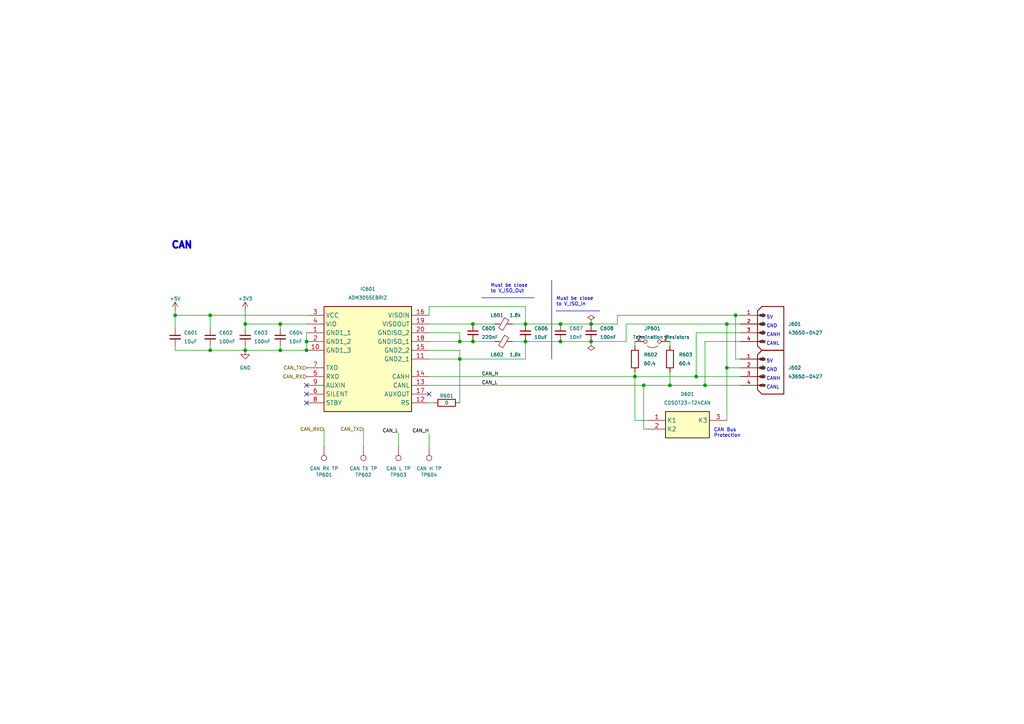
<source format=kicad_sch>
(kicad_sch (version 20230121) (generator eeschema)
  (paper "A4")
  (title_block (title "Sunscatter MPPT") (date "2023-07-21") (rev "v0.2.0") (company "LHR Solar") (comment 1 "Matthew Yu") (comment 2 "Jacob Pustilnik") (comment 3 "Gary Hallock"))
  (lib_symbols
    (symbol "Connector:TestPoint" (pin_numbers hide) (pin_names (offset 0.762) hide)
      (property "Reference" "TP" (at 0 6.858 0))
      (property "Value" "TestPoint" (at 0 5.08 0))
      (symbol "TestPoint_0_1"
        (circle (center 0 3.302) (radius 0.762))
      )
      (symbol "TestPoint_1_1"
        (pin passive line (at 0 0 90) (length 2.54) (name "1") (number "1"))
      )
    )
    (symbol "Device:C_Small" (pin_numbers hide) (pin_names (offset 0.254) hide)
      (property "Reference" "C" (at 0.254 1.778 0))
      (property "Value" "C_Small" (at 0.254 -2.032 0))
      (symbol "C_Small_0_1"
        (polyline (pts (xy -1.524 -0.508) (xy 1.524 -0.508)) (stroke (width 0.3302)))
        (polyline (pts (xy -1.524 0.508) (xy 1.524 0.508)) (stroke (width 0.3048)))
      )
      (symbol "C_Small_1_1"
        (pin passive line (at 0 2.54 270) (length 2.032) (name "~") (number "1"))
        (pin passive line (at 0 -2.54 90) (length 2.032) (name "~") (number "2"))
      )
    )
    (symbol "Device:FerriteBead_Small" (pin_numbers hide) (pin_names (offset 0))
      (property "Reference" "FB" (at 1.905 1.27 0))
      (property "Value" "FerriteBead_Small" (at 1.905 -1.27 0))
      (symbol "FerriteBead_Small_0_1"
        (polyline (pts (xy 0 -1.27) (xy 0 -0.7874)))
        (polyline (pts (xy 0 0.889) (xy 0 1.2954)))
        (polyline (pts (xy -1.8288 0.2794) (xy -1.1176 1.4986) (xy 1.8288 -0.2032) (xy 1.1176 -1.4224) (xy -1.8288 0.2794)))
      )
      (symbol "FerriteBead_Small_1_1"
        (pin passive line (at 0 2.54 270) (length 1.27) (name "~") (number "1"))
        (pin passive line (at 0 -2.54 90) (length 1.27) (name "~") (number "2"))
      )
    )
    (symbol "Device:R" (pin_numbers hide) (pin_names (offset 0))
      (property "Reference" "R" (at 2.032 0 90))
      (property "Value" "R" (at 0 0 90))
      (symbol "R_0_1"
        (rectangle (start -1.016 -2.54) (end 1.016 2.54) (stroke (width 0.254)))
      )
      (symbol "R_1_1"
        (pin passive line (at 0 3.81 270) (length 1.27) (name "~") (number "1"))
        (pin passive line (at 0 -3.81 90) (length 1.27) (name "~") (number "2"))
      )
    )
    (symbol "Jumper:Jumper_2_Open" (pin_names (offset 0) hide)
      (property "Reference" "JP" (at 0 2.794 0))
      (property "Value" "Jumper_2_Open" (at 0 -2.286 0))
      (symbol "Jumper_2_Open_0_0"
        (circle (center -2.032 0) (radius 0.508))
        (circle (center 2.032 0) (radius 0.508))
      )
      (symbol "Jumper_2_Open_0_1"
        (arc (start 1.524 1.27) (mid 0 1.778) (end -1.524 1.27))
      )
      (symbol "Jumper_2_Open_1_1"
        (pin passive line (at -5.08 0 0) (length 2.54) (name "A") (number "1"))
        (pin passive line (at 5.08 0 180) (length 2.54) (name "B") (number "2"))
      )
    )
    (symbol "analog_ADM3055EBRIZ:ADM3055EBRIZ"
      (property "Reference" "IC" (at 31.75 7.62 0))
      (property "Value" "ADM3055EBRIZ" (at 31.75 5.08 0))
      (symbol "ADM3055EBRIZ_1_1"
        (rectangle (start 5.08 2.54) (end 30.48 -27.94) (stroke (width 0.254)) (fill (type background)))
        (pin passive line (at 0 -5.08 0) (length 5.08) (name "GND1_1") (number "1"))
        (pin passive line (at 0 -10.16 0) (length 5.08) (name "GND1_3") (number "10"))
        (pin passive line (at 35.56 -12.7 180) (length 5.08) (name "GND2_1") (number "11"))
        (pin passive line (at 35.56 -25.4 180) (length 5.08) (name "RS") (number "12"))
        (pin passive line (at 35.56 -20.32 180) (length 5.08) (name "CANL") (number "13"))
        (pin passive line (at 35.56 -17.78 180) (length 5.08) (name "CANH") (number "14"))
        (pin passive line (at 35.56 -10.16 180) (length 5.08) (name "GND2_2") (number "15"))
        (pin passive line (at 35.56 0 180) (length 5.08) (name "VISOIN") (number "16"))
        (pin passive line (at 35.56 -22.86 180) (length 5.08) (name "AUXOUT") (number "17"))
        (pin passive line (at 35.56 -7.62 180) (length 5.08) (name "GNDISO_1") (number "18"))
        (pin passive line (at 35.56 -2.54 180) (length 5.08) (name "VISOOUT") (number "19"))
        (pin passive line (at 0 -7.62 0) (length 5.08) (name "GND1_2") (number "2"))
        (pin passive line (at 35.56 -5.08 180) (length 5.08) (name "GNDISO_2") (number "20"))
        (pin passive line (at 0 0 0) (length 5.08) (name "VCC") (number "3"))
        (pin passive line (at 0 -2.54 0) (length 5.08) (name "VIO") (number "4"))
        (pin passive line (at 0 -17.78 0) (length 5.08) (name "RXD") (number "5"))
        (pin passive line (at 0 -22.86 0) (length 5.08) (name "SILENT") (number "6"))
        (pin passive line (at 0 -15.24 0) (length 5.08) (name "TXD") (number "7"))
        (pin passive line (at 0 -25.4 0) (length 5.08) (name "STBY") (number "8"))
        (pin passive line (at 0 -20.32 0) (length 5.08) (name "AUXIN") (number "9"))
      )
    )
    (symbol "bourns_CDSOT23_T24CAN:CDSOT23-T24CAN"
      (property "Reference" "D" (at 19.05 7.62 0))
      (property "Value" "CDSOT23-T24CAN" (at 19.05 5.08 0))
      (symbol "CDSOT23-T24CAN_1_1"
        (rectangle (start 5.08 2.54) (end 17.78 -5.08) (stroke (width 0.254)) (fill (type background)))
        (pin passive line (at 0 0 0) (length 5.08) (name "K1") (number "1"))
        (pin passive line (at 0 -2.54 0) (length 5.08) (name "K2") (number "2"))
        (pin passive line (at 22.86 0 180) (length 5.08) (name "K3") (number "3"))
      )
    )
    (symbol "molex_microfit_43650_0427:43650-0427" (pin_names (offset 1.016))
      (property "Reference" "J" (at 0 6.35 0))
      (property "Value" "43650-0427" (at 0 -10.16 0))
      (symbol "43650-0427_0_0"
        (polyline (pts (xy 0 -6.35) (xy 1.27 -7.62)) (stroke (width 0.254)))
        (polyline (pts (xy 0 -5.08) (xy 1.905 -5.08)) (stroke (width 0.254)))
        (polyline (pts (xy 0 -2.54) (xy 1.905 -2.54)) (stroke (width 0.254)))
        (polyline (pts (xy 0 0) (xy 1.905 0)) (stroke (width 0.254)))
        (polyline (pts (xy 0 2.54) (xy 0 -6.35)) (stroke (width 0.254)))
        (polyline (pts (xy 0 2.54) (xy 1.905 2.54)) (stroke (width 0.254)))
        (polyline (pts (xy 0 3.81) (xy 0 2.54)) (stroke (width 0.254)))
        (polyline (pts (xy 0 3.81) (xy 1.27 5.08)) (stroke (width 0.254)))
        (polyline (pts (xy 1.27 -7.62) (xy 7.62 -7.62)) (stroke (width 0.254)))
        (polyline (pts (xy 7.62 -7.62) (xy 7.62 5.08)) (stroke (width 0.254)))
        (polyline (pts (xy 7.62 5.08) (xy 1.27 5.08)) (stroke (width 0.254)))
        (rectangle (start 0.635 -5.3975) (end 2.2225 -4.7625) (stroke (width 0.1)) (fill (type outline)))
        (rectangle (start 0.635 -2.8575) (end 2.2225 -2.2225) (stroke (width 0.1)) (fill (type outline)))
        (rectangle (start 0.635 -0.3175) (end 2.2225 0.3175) (stroke (width 0.1)) (fill (type outline)))
        (rectangle (start 0.635 2.2225) (end 2.2225 2.8575) (stroke (width 0.1)) (fill (type outline)))
        (pin passive line (at -5.08 2.54 0) (length 5.08) (name "1") (number "1"))
        (pin passive line (at -5.08 0 0) (length 5.08) (name "2") (number "2"))
        (pin passive line (at -5.08 -2.54 0) (length 5.08) (name "3") (number "3"))
        (pin passive line (at -5.08 -5.08 0) (length 5.08) (name "4") (number "4"))
      )
    )
    (symbol "power:+3V3" (power) (pin_names (offset 0))
      (property "Value" "+3V3" (at 0 3.556 0))
      (symbol "+3V3_0_1"
        (polyline (pts (xy -0.762 1.27) (xy 0 2.54)))
        (polyline (pts (xy 0 0) (xy 0 2.54)))
        (polyline (pts (xy 0 2.54) (xy 0.762 1.27)))
      )
      (symbol "+3V3_1_1"
        (pin power_in line (at 0 0 90) (length 0) hide (name "+3V3") (number "1"))
      )
    )
    (symbol "power:+5V" (power) (pin_names (offset 0))
      (property "Value" "+5V" (at 0 3.556 0))
      (symbol "+5V_0_1"
        (polyline (pts (xy -0.762 1.27) (xy 0 2.54)))
        (polyline (pts (xy 0 0) (xy 0 2.54)))
        (polyline (pts (xy 0 2.54) (xy 0.762 1.27)))
      )
      (symbol "+5V_1_1"
        (pin power_in line (at 0 0 90) (length 0) hide (name "+5V") (number "1"))
      )
    )
    (symbol "power:GND" (power) (pin_names (offset 0))
      (property "Value" "GND" (at 0 -3.81 0))
      (symbol "GND_0_1"
        (polyline (pts (xy 0 0) (xy 0 -1.27) (xy 1.27 -1.27) (xy 0 -2.54) (xy -1.27 -1.27) (xy 0 -1.27)))
      )
      (symbol "GND_1_1"
        (pin power_in line (at 0 0 270) (length 0) hide (name "GND") (number "1"))
      )
    )
    (symbol "power:PWR_FLAG" (power) (pin_numbers hide) (pin_names (offset 0) hide)
      (property "Value" "PWR_FLAG" (at 0 3.81 0))
      (symbol "PWR_FLAG_0_0"
        (pin power_out line (at 0 0 90) (length 0) (name "pwr") (number "1"))
      )
      (symbol "PWR_FLAG_0_1"
        (polyline (pts (xy 0 0) (xy 0 1.27) (xy -1.016 1.905) (xy 0 2.54) (xy 1.016 1.905) (xy 0 1.27)))
      )
    )
  )
  (junction (at 133.35 104.14))
  (junction (at 186.69 111.76))
  (junction (at 81.28 101.6))
  (junction (at 210.82 93.98))
  (junction (at 71.12 101.6))
  (junction (at 204.47 111.76))
  (junction (at 137.16 99.06))
  (junction (at 162.56 99.06))
  (junction (at 60.96 101.6))
  (junction (at 60.96 91.44))
  (junction (at 133.35 99.06))
  (junction (at 71.12 93.98))
  (junction (at 162.56 93.98))
  (junction (at 88.9 99.06))
  (junction (at 152.4 93.98))
  (junction (at 81.28 93.98))
  (junction (at 50.8 91.44))
  (junction (at 88.9 101.6))
  (junction (at 137.16 93.98))
  (junction (at 184.15 109.22))
  (junction (at 171.45 93.98))
  (junction (at 194.31 111.76))
  (junction (at 201.93 109.22))
  (junction (at 152.4 99.06))
  (junction (at 171.45 99.06))
  (junction (at 210.82 106.68))
  (junction (at 213.36 91.44))
  (no_connect (at 88.9 114.3))
  (no_connect (at 124.46 114.3))
  (no_connect (at 88.9 116.84))
  (no_connect (at 88.9 111.76))
  (wire (pts (xy 148.59 99.06) (xy 152.4 99.06)))
  (wire (pts (xy 137.16 99.06) (xy 143.51 99.06)))
  (wire (pts (xy 88.9 96.52) (xy 88.9 99.06)))
  (wire (pts (xy 133.35 99.06) (xy 137.16 99.06)))
  (wire (pts (xy 124.46 116.84) (xy 125.73 116.84)))
  (wire (pts (xy 137.16 93.98) (xy 143.51 93.98)))
  (wire (pts (xy 81.28 101.6) (xy 81.28 100.33)))
  (wire (pts (xy 210.82 106.68) (xy 214.63 106.68)))
  (wire (pts (xy 71.12 101.6) (xy 81.28 101.6)))
  (wire (pts (xy 71.12 93.98) (xy 81.28 93.98)))
  (wire (pts (xy 124.46 88.9) (xy 152.4 88.9)))
  (wire (pts (xy 186.69 124.46) (xy 187.96 124.46)))
  (wire (pts (xy 194.31 111.76) (xy 204.47 111.76)))
  (wire (pts (xy 133.35 96.52) (xy 133.35 99.06)))
  (wire (pts (xy 133.35 104.14) (xy 133.35 101.6)))
  (wire (pts (xy 71.12 90.17) (xy 71.12 93.98)))
  (wire (pts (xy 71.12 100.33) (xy 71.12 101.6)))
  (wire (pts (xy 60.96 100.33) (xy 60.96 101.6)))
  (wire (pts (xy 184.15 109.22) (xy 184.15 107.95)))
  (wire (pts (xy 60.96 101.6) (xy 71.12 101.6)))
  (wire (pts (xy 133.35 116.84) (xy 133.35 104.14)))
  (wire (pts (xy 194.31 99.06) (xy 194.31 100.33)))
  (wire (pts (xy 124.46 125.73) (xy 124.46 129.54)))
  (wire (pts (xy 105.41 124.46) (xy 105.41 129.54)))
  (wire (pts (xy 179.07 93.98) (xy 179.07 91.44)))
  (wire (pts (xy 204.47 111.76) (xy 214.63 111.76)))
  (wire (pts (xy 210.82 106.68) (xy 210.82 121.92)))
  (polyline (pts (xy 160.02 81.28) (xy 160.02 104.14)))
  (wire (pts (xy 124.46 93.98) (xy 137.16 93.98)))
  (wire (pts (xy 152.4 99.06) (xy 152.4 104.14)))
  (wire (pts (xy 213.36 91.44) (xy 213.36 104.14)))
  (wire (pts (xy 50.8 100.33) (xy 50.8 101.6)))
  (wire (pts (xy 210.82 93.98) (xy 214.63 93.98)))
  (wire (pts (xy 88.9 91.44) (xy 60.96 91.44)))
  (wire (pts (xy 181.61 93.98) (xy 210.82 93.98)))
  (wire (pts (xy 162.56 93.98) (xy 171.45 93.98)))
  (wire (pts (xy 81.28 93.98) (xy 88.9 93.98)))
  (wire (pts (xy 124.46 109.22) (xy 184.15 109.22)))
  (wire (pts (xy 115.57 125.73) (xy 115.57 129.54)))
  (wire (pts (xy 184.15 99.06) (xy 184.15 100.33)))
  (wire (pts (xy 124.46 88.9) (xy 124.46 91.44)))
  (wire (pts (xy 124.46 101.6) (xy 133.35 101.6)))
  (wire (pts (xy 148.59 93.98) (xy 152.4 93.98)))
  (wire (pts (xy 50.8 101.6) (xy 60.96 101.6)))
  (wire (pts (xy 152.4 88.9) (xy 152.4 93.98)))
  (wire (pts (xy 81.28 101.6) (xy 88.9 101.6)))
  (wire (pts (xy 93.98 124.46) (xy 93.98 129.54)))
  (wire (pts (xy 152.4 93.98) (xy 162.56 93.98)))
  (wire (pts (xy 186.69 111.76) (xy 186.69 124.46)))
  (wire (pts (xy 186.69 111.76) (xy 194.31 111.76)))
  (wire (pts (xy 213.36 104.14) (xy 214.63 104.14)))
  (wire (pts (xy 133.35 104.14) (xy 152.4 104.14)))
  (wire (pts (xy 50.8 91.44) (xy 50.8 95.25)))
  (wire (pts (xy 210.82 93.98) (xy 210.82 106.68)))
  (wire (pts (xy 171.45 93.98) (xy 179.07 93.98)))
  (wire (pts (xy 152.4 99.06) (xy 162.56 99.06)))
  (wire (pts (xy 204.47 111.76) (xy 204.47 99.06)))
  (wire (pts (xy 124.46 104.14) (xy 133.35 104.14)))
  (wire (pts (xy 201.93 96.52) (xy 214.63 96.52)))
  (wire (pts (xy 60.96 91.44) (xy 50.8 91.44)))
  (wire (pts (xy 194.31 111.76) (xy 194.31 107.95)))
  (wire (pts (xy 124.46 96.52) (xy 133.35 96.52)))
  (wire (pts (xy 124.46 111.76) (xy 186.69 111.76)))
  (wire (pts (xy 50.8 90.17) (xy 50.8 91.44)))
  (wire (pts (xy 201.93 109.22) (xy 214.63 109.22)))
  (wire (pts (xy 88.9 99.06) (xy 88.9 101.6)))
  (polyline (pts (xy 161.29 90.17) (xy 173.99 90.17)))
  (wire (pts (xy 81.28 93.98) (xy 81.28 95.25)))
  (wire (pts (xy 171.45 99.06) (xy 181.61 99.06)))
  (wire (pts (xy 181.61 99.06) (xy 181.61 93.98)))
  (wire (pts (xy 204.47 99.06) (xy 214.63 99.06)))
  (wire (pts (xy 162.56 99.06) (xy 171.45 99.06)))
  (wire (pts (xy 124.46 99.06) (xy 133.35 99.06)))
  (wire (pts (xy 184.15 109.22) (xy 184.15 121.92)))
  (wire (pts (xy 213.36 91.44) (xy 214.63 91.44)))
  (wire (pts (xy 201.93 109.22) (xy 201.93 96.52)))
  (wire (pts (xy 184.15 109.22) (xy 201.93 109.22)))
  (polyline (pts (xy 139.7 86.36) (xy 154.94 86.36)))
  (wire (pts (xy 179.07 91.44) (xy 213.36 91.44)))
  (wire (pts (xy 184.15 121.92) (xy 187.96 121.92)))
  (wire (pts (xy 60.96 91.44) (xy 60.96 95.25)))
  (wire (pts (xy 71.12 93.98) (xy 71.12 95.25)))
  (text "CANL" (at 222.25 100.33 0) (effects (font (size 1 1)) (justify left bottom)))
  (text "CANH" (at 222.25 97.79 0) (effects (font (size 1 1)) (justify left bottom)))
  (text "GND\n" (at 222.25 107.95 0) (effects (font (size 1 1)) (justify left bottom)))
  (text "5V" (at 222.25 92.71 0) (effects (font (size 1 1)) (justify left bottom)))
  (text "5V" (at 222.25 105.41 0) (effects (font (size 1 1)) (justify left bottom)))
  (text "GND\n" (at 222.25 95.25 0) (effects (font (size 1 1)) (justify left bottom)))
  (text "CAN Bus\nProtection" (at 207.01 127 0) (effects (font (size 1 1)) (justify left bottom)))
  (text "CANH" (at 222.25 110.49 0) (effects (font (size 1 1)) (justify left bottom)))
  (text "CAN" (at 49.53 72.39 0) (effects (font (size 2 2) (thickness 0.6096)) (justify left bottom)))
  (text "Must be close\nto V_ISO_In" (at 161.29 88.9 0) (effects (font (size 1 1)) (justify left bottom)))
  (text "Must be close\nto V_ISO_Out" (at 142.24 85.09 0) (effects (font (size 1 1)) (justify left bottom)))
  (text "CANL" (at 222.25 113.03 0) (effects (font (size 1 1)) (justify left bottom)))
  (label "CAN_L" (at 115.57 125.73 180) (effects (font (size 1 1))))
  (label "CAN_L" (at 139.7 111.76 0) (effects (font (size 1 1))))
  (label "CAN_H" (at 139.7 109.22 0) (effects (font (size 1 1))))
  (label "CAN_H" (at 124.46 125.73 180) (effects (font (size 1 1))))
  (hierarchical_label "CAN_TX" (shape input) (at 105.41 124.46 180) (effects (font (size 1 1))))
  (hierarchical_label "CAN_RX" (shape input) (at 93.98 124.46 180) (effects (font (size 1 1))))
  (hierarchical_label "CAN_TX" (shape input) (at 88.9 106.68 180) (effects (font (size 1 1))))
  (hierarchical_label "CAN_RX" (shape input) (at 88.9 109.22 180) (effects (font (size 1 1))))
  (symbol (lib_id "Device:R") (at 129.54 116.84 90) (unit 1)
    (property "Reference" "R601" (at 129.54 114.808 90) (effects (font (size 1 1))))
    (property "Value" "0" (at 129.54 116.84 90) (effects (font (size 1 1))))
    (property "Footprint" "Resistor_SMD:R_0402_1005Metric" (effects hide))
    (property "Datasheet" "https://datasheet.lcsc.com/lcsc/2206010216_UNI-ROYAL-Uniroyal-Elec-0402WGF0000TCE_C17168.pdf" (effects hide))
    (property "Distributor" "JLCPCB" (effects hide))
    (property "Manufacturer" "UNI-ROYAL(Uniroyal Elec)" (effects hide))
    (property "P/N" "0402WGF0000TCE" (effects hide))
    (property "LCSC Part #" "C17168" (effects hide))
    (property "Cost" "0.0005" (effects hide))
    (instances (project "mppt" (path "" (reference "R601") (unit 1))) (project "blackbody_a" (path "" (reference "R9") (unit 1)) (path "" (reference "R401") (unit 1))))
  )
  (symbol (lib_id "Device:C_Small") (at 60.96 97.79 0) (unit 1)
    (property "Reference" "C602" (at 63.5 96.52 0) (effects (font (size 1 1)) (justify left)))
    (property "Value" "100nF" (at 63.5 99.06 0) (effects (font (size 1 1)) (justify left)))
    (property "Footprint" "Capacitor_SMD:C_0402_1005Metric" (effects hide))
    (property "Datasheet" "https://datasheet.lcsc.com/lcsc/2304140030_Samsung-Electro-Mechanics-CL05B104KO5NNNC_C1525.pdf" (effects hide))
    (property "Distributor" "JLCPCB" (effects hide))
    (property "Manufacturer" "Samsung Electro-Mechanics" (effects hide))
    (property "P/N" "CL05B104KO5NNNC" (effects hide))
    (property "LCSC Part #" "C1525" (effects hide))
    (property "Cost" "0.0008" (effects hide))
    (property "Notes" "Rated for 16V." (effects hide))
    (instances (project "mppt" (path "" (reference "C602") (unit 1))) (project "blackbody_a" (path "" (reference "C6") (unit 1)) (path "" (reference "C402") (unit 1))))
  )
  (symbol (lib_id "Connector:TestPoint") (at 105.41 129.54 180) (unit 1)
    (property "Reference" "TP602" (at 105.41 137.16 0) (effects (font (size 1 1)) (justify bottom)))
    (property "Value" "CAN TX TP" (at 105.41 135.89 0) (effects (font (size 1 1))))
    (property "Footprint" "TestPoint:TestPoint_Pad_1.0x1.0mm" (effects hide))
    (instances (project "mppt" (path "" (reference "TP602") (unit 1))) (project "blackbody_a" (path "" (reference "TP6") (unit 1)) (path "" (reference "TP402") (unit 1))))
  )
  (symbol (lib_id "Device:C_Small") (at 171.45 96.52 0) (unit 1)
    (property "Reference" "C608" (at 173.99 95.25 0) (effects (font (size 1 1)) (justify left)))
    (property "Value" "100nF" (at 173.99 97.79 0) (effects (font (size 1 1)) (justify left)))
    (property "Footprint" "Capacitor_SMD:C_0402_1005Metric" (effects hide))
    (property "Datasheet" "https://datasheet.lcsc.com/lcsc/2304140030_Samsung-Electro-Mechanics-CL05B104KO5NNNC_C1525.pdf" (effects hide))
    (property "Distributor" "JLCPCB" (effects hide))
    (property "Manufacturer" "Samsung Electro-Mechanics" (effects hide))
    (property "P/N" "CL05B104KO5NNNC" (effects hide))
    (property "LCSC Part #" "C1525" (effects hide))
    (property "Cost" "0.0008" (effects hide))
    (property "Notes" "Rated for 16V." (effects hide))
    (instances (project "mppt" (path "" (reference "C608") (unit 1))) (project "blackbody_a" (path "" (reference "C6") (unit 1)) (path "" (reference "C408") (unit 1))))
  )
  (symbol (lib_id "Connector:TestPoint") (at 115.57 129.54 180) (unit 1)
    (property "Reference" "TP603" (at 115.57 137.16 0) (effects (font (size 1 1)) (justify bottom)))
    (property "Value" "CAN L TP" (at 115.57 135.89 0) (effects (font (size 1 1))))
    (property "Footprint" "TestPoint:TestPoint_Pad_1.0x1.0mm" (effects hide))
    (instances (project "mppt" (path "" (reference "TP603") (unit 1))) (project "blackbody_a" (path "" (reference "TP6") (unit 1)) (path "" (reference "TP403") (unit 1))))
  )
  (symbol (lib_id "power:GND") (at 71.12 101.6 0) (unit 1)
    (property "Reference" "#PWR0603" (effects hide))
    (property "Value" "GND" (at 71.12 106.68 0) (effects (font (size 1 1))))
    (instances (project "mppt" (path "" (reference "#PWR0603") (unit 1))) (project "blackbody_a" (path "" (reference "#PWR0403") (unit 1))))
  )
  (symbol (lib_id "Device:R") (at 194.31 104.14 0) (unit 1)
    (property "Reference" "R603" (at 196.85 102.87 0) (effects (font (size 1 1)) (justify left)))
    (property "Value" "60.4" (at 196.85 105.41 0) (effects (font (size 1 1)) (justify left)))
    (property "Footprint" "Resistor_SMD:R_0402_1005Metric" (effects hide))
    (property "Datasheet" "https://datasheet.lcsc.com/lcsc/2205312345_UNI-ROYAL-Uniroyal-Elec-0402WGF604JTCE_C60310.pdf" (effects hide))
    (property "Distributor" "JLCPCB" (effects hide))
    (property "Manufacturer" "UNI-ROYAL(Uniroyal Elec)" (effects hide))
    (property "P/N" "0402WGF604JTCE" (effects hide))
    (property "LCSC Part #" "C60310" (effects hide))
    (property "Cost" "0.0005" (effects hide))
    (property "Notes" "Sub for 60 Ohm. Should be within tolerance." (effects hide))
    (instances (project "mppt" (path "" (reference "R603") (unit 1))) (project "blackbody_a" (path "" (reference "R10") (unit 1)) (path "" (reference "R403") (unit 1))))
  )
  (symbol (lib_id "Connector:TestPoint") (at 93.98 129.54 180) (unit 1)
    (property "Reference" "TP601" (at 93.98 137.16 0) (effects (font (size 1 1)) (justify bottom)))
    (property "Value" "CAN RX TP" (at 93.98 135.89 0) (effects (font (size 1 1))))
    (property "Footprint" "TestPoint:TestPoint_Pad_1.0x1.0mm" (effects hide))
    (instances (project "mppt" (path "" (reference "TP601") (unit 1))) (project "blackbody_a" (path "" (reference "TP6") (unit 1)) (path "" (reference "TP401") (unit 1))))
  )
  (symbol (lib_id "Connector:TestPoint") (at 124.46 129.54 180) (unit 1)
    (property "Reference" "TP604" (at 124.46 137.16 0) (effects (font (size 1 1)) (justify bottom)))
    (property "Value" "CAN H TP" (at 124.46 135.89 0) (effects (font (size 1 1))))
    (property "Footprint" "TestPoint:TestPoint_Pad_1.0x1.0mm" (effects hide))
    (instances (project "mppt" (path "" (reference "TP604") (unit 1))) (project "blackbody_a" (path "" (reference "TP6") (unit 1)) (path "" (reference "TP404") (unit 1))))
  )
  (symbol (lib_id "Device:C_Small") (at 162.56 96.52 0) (unit 1)
    (property "Reference" "C607" (at 165.1 95.25 0) (effects (font (size 1 1)) (justify left)))
    (property "Value" "10nF" (at 165.1 97.79 0) (effects (font (size 1 1)) (justify left)))
    (property "Footprint" "Capacitor_SMD:C_0402_1005Metric" (effects hide))
    (property "Datasheet" "https://datasheet.lcsc.com/lcsc/2304140030_Samsung-Electro-Mechanics-CL05B103KB5NNNC_C15195.pdf" (effects hide))
    (property "Distributor" "JLCPCB" (effects hide))
    (property "Manufacturer" "Samsung Electro-Mechanics" (effects hide))
    (property "P/N" "CL05B103KB5NNNC" (effects hide))
    (property "LCSC Part #" "C15195" (effects hide))
    (property "Cost" "0.0011" (effects hide))
    (property "Notes" "Rated for 50V." (effects hide))
    (instances (project "mppt" (path "" (reference "C607") (unit 1))) (project "blackbody_a" (path "" (reference "C8") (unit 1)) (path "" (reference "C407") (unit 1))))
  )
  (symbol (lib_id "power:+3V3") (at 71.12 90.17 0) (unit 1)
    (property "Reference" "#PWR0602" (effects hide))
    (property "Value" "+3V3" (at 71.12 86.614 0) (effects (font (size 1 1))))
    (instances (project "mppt" (path "" (reference "#PWR0602") (unit 1))) (project "blackbody_a" (path "" (reference "#PWR017") (unit 1)) (path "" (reference "#PWR0402") (unit 1))))
  )
  (symbol (lib_id "power:+5V") (at 50.8 90.17 0) (unit 1)
    (property "Reference" "#PWR0601" (effects hide))
    (property "Value" "+5V" (at 50.8 86.614 0) (effects (font (size 1 1))))
    (instances (project "mppt" (path "" (reference "#PWR0601") (unit 1))) (project "blackbody_a" (path "" (reference "#PWR018") (unit 1)) (path "" (reference "#PWR0401") (unit 1))))
  )
  (symbol (lib_id "Device:C_Small") (at 137.16 96.52 0) (unit 1)
    (property "Reference" "C605" (at 139.7 95.25 0) (effects (font (size 1 1)) (justify left)))
    (property "Value" "220nF" (at 139.7 97.79 0) (effects (font (size 1 1)) (justify left)))
    (property "Footprint" "Capacitor_SMD:C_0402_1005Metric" (effects hide))
    (property "Datasheet" "https://datasheet.lcsc.com/lcsc/2304140030_Samsung-Electro-Mechanics-CL05B224KO5NNNC-_C16772.pdf" (effects hide))
    (property "Distributor" "JLCPCB" (effects hide))
    (property "Manufacturer" "Samsung Electro-Mechanics" (effects hide))
    (property "P/N" "CL05B224KO5NNNC" (effects hide))
    (property "LCSC Part #" "C16772" (effects hide))
    (property "Cost" "0.0048" (effects hide))
    (property "Notes" "Rated for 16V." (effects hide))
    (instances (project "mppt" (path "" (reference "C605") (unit 1))) (project "blackbody_a" (path "" (reference "C9") (unit 1)) (path "" (reference "C405") (unit 1))))
  )
  (symbol (lib_id "bourns_CDSOT23_T24CAN:CDSOT23-T24CAN") (at 187.96 121.92 0) (unit 1)
    (property "Reference" "D601" (at 199.39 114.3 0) (effects (font (size 1 1))))
    (property "Value" "CDSOT23-T24CAN" (at 199.39 116.84 0) (effects (font (size 1 1))))
    (property "Footprint" "footprints:bourns_CDSOT23_T24CAN" (effects hide))
    (property "Datasheet" "https://www.bourns.com/docs/Product-Datasheets/CDSOT23-T24CAN.pdf" (effects hide))
    (property "Distributor" "JLCPCB" (effects hide))
    (property "Manufacturer" "Bourns" (effects hide))
    (property "P/N" "CDSOT23-T24CAN-Q" (effects hide))
    (property "LCSC Part #" "C350941" (effects hide))
    (property "Cost" "0.1982" (effects hide))
    (instances (project "mppt" (path "" (reference "D601") (unit 1))) (project "blackbody_a" (path "" (reference "D401") (unit 1))))
  )
  (symbol (lib_id "Device:C_Small") (at 71.12 97.79 0) (unit 1)
    (property "Reference" "C603" (at 73.66 96.52 0) (effects (font (size 1 1)) (justify left)))
    (property "Value" "100nF" (at 73.66 99.06 0) (effects (font (size 1 1)) (justify left)))
    (property "Footprint" "Capacitor_SMD:C_0402_1005Metric" (effects hide))
    (property "Datasheet" "https://datasheet.lcsc.com/lcsc/2304140030_Samsung-Electro-Mechanics-CL05B104KO5NNNC_C1525.pdf" (effects hide))
    (property "Distributor" "JLCPCB" (effects hide))
    (property "Manufacturer" "Samsung Electro-Mechanics" (effects hide))
    (property "P/N" "CL05B104KO5NNNC" (effects hide))
    (property "LCSC Part #" "C1525" (effects hide))
    (property "Cost" "0.0008" (effects hide))
    (property "Notes" "Rated for 16V." (effects hide))
    (instances (project "mppt" (path "" (reference "C603") (unit 1))) (project "blackbody_a" (path "" (reference "C6") (unit 1)) (path "" (reference "C403") (unit 1))))
  )
  (symbol (lib_id "Device:C_Small") (at 152.4 96.52 0) (unit 1)
    (property "Reference" "C606" (at 154.94 95.25 0) (effects (font (size 1 1)) (justify left)))
    (property "Value" "10uF" (at 154.94 97.79 0) (effects (font (size 1 1)) (justify left)))
    (property "Footprint" "Capacitor_SMD:C_0402_1005Metric" (effects hide))
    (property "Datasheet" "https://datasheet.lcsc.com/lcsc/2208231630_Samsung-Electro-Mechanics-CL05A106MQ5NUNC_C15525.pdf" (effects hide))
    (property "Distributor" "JLCPCB" (effects hide))
    (property "Manufacturer" "Samsung Electro-Mechanics" (effects hide))
    (property "P/N" "CL05A106MQ5NUNC" (effects hide))
    (property "LCSC Part #" "C15525" (effects hide))
    (property "Cost" "0.0047" (effects hide))
    (property "Notes" "Rated for 6.3V." (effects hide))
    (instances (project "mppt" (path "" (reference "C606") (unit 1))) (project "blackbody_a" (path "" (reference "C5") (unit 1)) (path "" (reference "C406") (unit 1))))
  )
  (symbol (lib_id "power:PWR_FLAG") (at 171.45 93.98 0) (unit 1)
    (property "Reference" "#FLG0601" (effects hide))
    (property "Value" "PWR_FLAG" (effects hide))
    (instances (project "mppt" (path "" (reference "#FLG0601") (unit 1))) (project "blackbody_a" (path "" (reference "#FLG027") (unit 1)) (path "" (reference "#FLG0401") (unit 1))))
  )
  (symbol (lib_id "Jumper:Jumper_2_Open") (at 189.23 99.06 180) (unit 1)
    (property "Reference" "JP601" (at 189.23 95.25 0) (effects (font (size 1 1))))
    (property "Value" "Termination Resistors" (at 191.77 97.79 0) (effects (font (size 1 1))))
    (property "Footprint" "Connector_PinHeader_2.54mm:PinHeader_1x02_P2.54mm_Vertical" (effects hide))
    (instances (project "mppt" (path "" (reference "JP601") (unit 1))) (project "blackbody_a" (path "" (reference "JP1") (unit 1)) (path "" (reference "JP401") (unit 1))))
  )
  (symbol (lib_id "molex_microfit_43650_0427:43650-0427") (at 219.71 93.98 0) (unit 1)
    (property "Reference" "J601" (at 228.6 93.98 0) (effects (font (size 1 1)) (justify left)))
    (property "Value" "43650-0427" (at 228.6 96.52 0) (effects (font (size 1 1)) (justify left)))
    (property "Footprint" "footprints:molex_microfit_43650_0427" (effects hide))
    (property "Datasheet" "https://www.molex.com/content/dam/molex/molex-dot-com/products/automated/en-us/salesdrawingpdf/436/43650/436500427_sd.pdf" (effects hide))
    (property "Distributor" "Mouser" (effects hide))
    (property "Manufacturer" "Molex" (effects hide))
    (property "P/N" "43650-0427" (effects hide))
    (property "Cost" "1.41" (effects hide))
    (instances (project "mppt" (path "" (reference "J601") (unit 1))) (project "blackbody_a" (path "" (reference "J401") (unit 1))))
  )
  (symbol (lib_id "analog_ADM3055EBRIZ:ADM3055EBRIZ") (at 88.9 91.44 0) (unit 1)
    (property "Reference" "IC601" (at 106.68 83.82 0) (effects (font (size 1 1))))
    (property "Value" "ADM3055EBRIZ" (at 106.68 86.36 0) (effects (font (size 1 1))))
    (property "Footprint" "footprints:analog_ADM3055EBRIZ" (effects hide))
    (property "Datasheet" "https://www.analog.com/media/en/technical-documentation/data-sheets/ADM3055E.pdf" (effects hide))
    (property "Distributor" "JLCPCB" (effects hide))
    (property "Manufacturer" "Analog Devices" (effects hide))
    (property "P/N" "ADM3055EBRIZ-RL" (effects hide))
    (property "LCSC Part #" "C658105" (effects hide))
    (property "Cost" "8.8244" (effects hide))
    (instances (project "mppt" (path "" (reference "IC601") (unit 1))) (project "blackbody_a" (path "" (reference "IC401") (unit 1))))
  )
  (symbol (lib_id "Device:R") (at 184.15 104.14 0) (unit 1)
    (property "Reference" "R602" (at 186.69 102.87 0) (effects (font (size 1 1)) (justify left)))
    (property "Value" "60.4" (at 186.69 105.41 0) (effects (font (size 1 1)) (justify left)))
    (property "Footprint" "Resistor_SMD:R_0402_1005Metric" (effects hide))
    (property "Datasheet" "https://datasheet.lcsc.com/lcsc/2205312345_UNI-ROYAL-Uniroyal-Elec-0402WGF604JTCE_C60310.pdf" (effects hide))
    (property "Distributor" "JLCPCB" (effects hide))
    (property "Manufacturer" "UNI-ROYAL(Uniroyal Elec)" (effects hide))
    (property "P/N" "0402WGF604JTCE" (effects hide))
    (property "LCSC Part #" "C60310" (effects hide))
    (property "Cost" "0.0005" (effects hide))
    (property "Notes" "Sub for 60 Ohm. Should be within tolerance." (effects hide))
    (instances (project "mppt" (path "" (reference "R602") (unit 1))) (project "blackbody_a" (path "" (reference "R10") (unit 1)) (path "" (reference "R402") (unit 1))))
  )
  (symbol (lib_id "Device:FerriteBead_Small") (at 146.05 93.98 270) (unit 1)
    (property "Reference" "L601" (at 142.24 91.44 90) (effects (font (size 1 1)) (justify left)))
    (property "Value" "1.8k" (at 151.13 91.44 90) (effects (font (size 1 1)) (justify right)))
    (property "Footprint" "Inductor_SMD:L_0402_1005Metric" (effects hide))
    (property "Datasheet" "https://jlcpcb.com/partdetail/Tdk-MMZ1005Y182CT000/C2683172#:~:text=Datasheet-,Download,-Source" (effects hide))
    (property "Distributor" "JLCPCB" (effects hide))
    (property "Manufacturer" "TDK" (effects hide))
    (property "P/N" "MMZ1005Y182CT000" (effects hide))
    (property "LCSC Part #" "C2683172" (effects hide))
    (property "Cost" "0.0155" (effects hide))
    (instances (project "mppt" (path "" (reference "L601") (unit 1))) (project "blackbody_a" (path "" (reference "L2") (unit 1)) (path "" (reference "L401") (unit 1))))
  )
  (symbol (lib_id "Device:C_Small") (at 50.8 97.79 0) (unit 1)
    (property "Reference" "C601" (at 53.34 96.52 0) (effects (font (size 1 1)) (justify left)))
    (property "Value" "10uF" (at 53.34 99.06 0) (effects (font (size 1 1)) (justify left)))
    (property "Footprint" "Capacitor_SMD:C_0402_1005Metric" (effects hide))
    (property "Datasheet" "https://datasheet.lcsc.com/lcsc/2208231630_Samsung-Electro-Mechanics-CL05A106MQ5NUNC_C15525.pdf" (effects hide))
    (property "Distributor" "JLCPCB" (effects hide))
    (property "Manufacturer" "Samsung Electro-Mechanics" (effects hide))
    (property "P/N" "CL05A106MQ5NUNC" (effects hide))
    (property "LCSC Part #" "C15525" (effects hide))
    (property "Cost" "0.0047" (effects hide))
    (property "Notes" "Rated for 6.3V." (effects hide))
    (instances (project "mppt" (path "" (reference "C601") (unit 1))) (project "blackbody_a" (path "" (reference "C5") (unit 1)) (path "" (reference "C401") (unit 1))))
  )
  (symbol (lib_id "Device:C_Small") (at 81.28 97.79 0) (unit 1)
    (property "Reference" "C604" (at 83.82 96.52 0) (effects (font (size 1 1)) (justify left)))
    (property "Value" "10nF" (at 83.82 99.06 0) (effects (font (size 1 1)) (justify left)))
    (property "Footprint" "Capacitor_SMD:C_0402_1005Metric" (effects hide))
    (property "Datasheet" "https://datasheet.lcsc.com/lcsc/2304140030_Samsung-Electro-Mechanics-CL05B103KB5NNNC_C15195.pdf" (effects hide))
    (property "Distributor" "JLCPCB" (effects hide))
    (property "Manufacturer" "Samsung Electro-Mechanics" (effects hide))
    (property "P/N" "CL05B103KB5NNNC" (effects hide))
    (property "LCSC Part #" "C15195" (effects hide))
    (property "Cost" "0.0011" (effects hide))
    (property "Notes" "Rated for 50V." (effects hide))
    (instances (project "mppt" (path "" (reference "C604") (unit 1))) (project "blackbody_a" (path "" (reference "C8") (unit 1)) (path "" (reference "C404") (unit 1))))
  )
  (symbol (lib_id "power:PWR_FLAG") (at 171.45 99.06 180) (unit 1)
    (property "Reference" "#FLG0602" (effects hide))
    (property "Value" "PWR_FLAG" (effects hide))
    (instances (project "mppt" (path "" (reference "#FLG0602") (unit 1))) (project "blackbody_a" (path "" (reference "#FLG028") (unit 1)) (path "" (reference "#FLG0402") (unit 1))))
  )
  (symbol (lib_id "Device:FerriteBead_Small") (at 146.05 99.06 270) (unit 1)
    (property "Reference" "L602" (at 142.24 102.87 90) (effects (font (size 1 1)) (justify left)))
    (property "Value" "1.8k" (at 151.13 102.87 90) (effects (font (size 1 1)) (justify right)))
    (property "Footprint" "Inductor_SMD:L_0402_1005Metric" (effects hide))
    (property "Datasheet" "https://jlcpcb.com/partdetail/Tdk-MMZ1005Y182CT000/C2683172#:~:text=Datasheet-,Download,-Source" (effects hide))
    (property "Distributor" "JLCPCB" (effects hide))
    (property "Manufacturer" "TDK" (effects hide))
    (property "P/N" "MMZ1005Y182CT000" (effects hide))
    (property "LCSC Part #" "C2683172" (effects hide))
    (property "Cost" "0.0155" (effects hide))
    (instances (project "mppt" (path "" (reference "L602") (unit 1))) (project "blackbody_a" (path "" (reference "L3") (unit 1)) (path "" (reference "L402") (unit 1))))
  )
  (symbol (lib_id "molex_microfit_43650_0427:43650-0427") (at 219.71 106.68 0) (unit 1)
    (property "Reference" "J602" (at 228.6 106.68 0) (effects (font (size 1 1)) (justify left)))
    (property "Value" "43650-0427" (at 228.6 109.22 0) (effects (font (size 1 1)) (justify left)))
    (property "Footprint" "footprints:molex_microfit_43650_0427" (effects hide))
    (property "Datasheet" "https://www.molex.com/content/dam/molex/molex-dot-com/products/automated/en-us/salesdrawingpdf/436/43650/436500427_sd.pdf" (effects hide))
    (property "Distributor" "Mouser" (effects hide))
    (property "Manufacturer" "Molex" (effects hide))
    (property "P/N" "43650-0427" (effects hide))
    (property "Cost" "1.41" (effects hide))
    (instances (project "mppt" (path "" (reference "J602") (unit 1))) (project "blackbody_a" (path "" (reference "J402") (unit 1))))
  )
)
</source>
